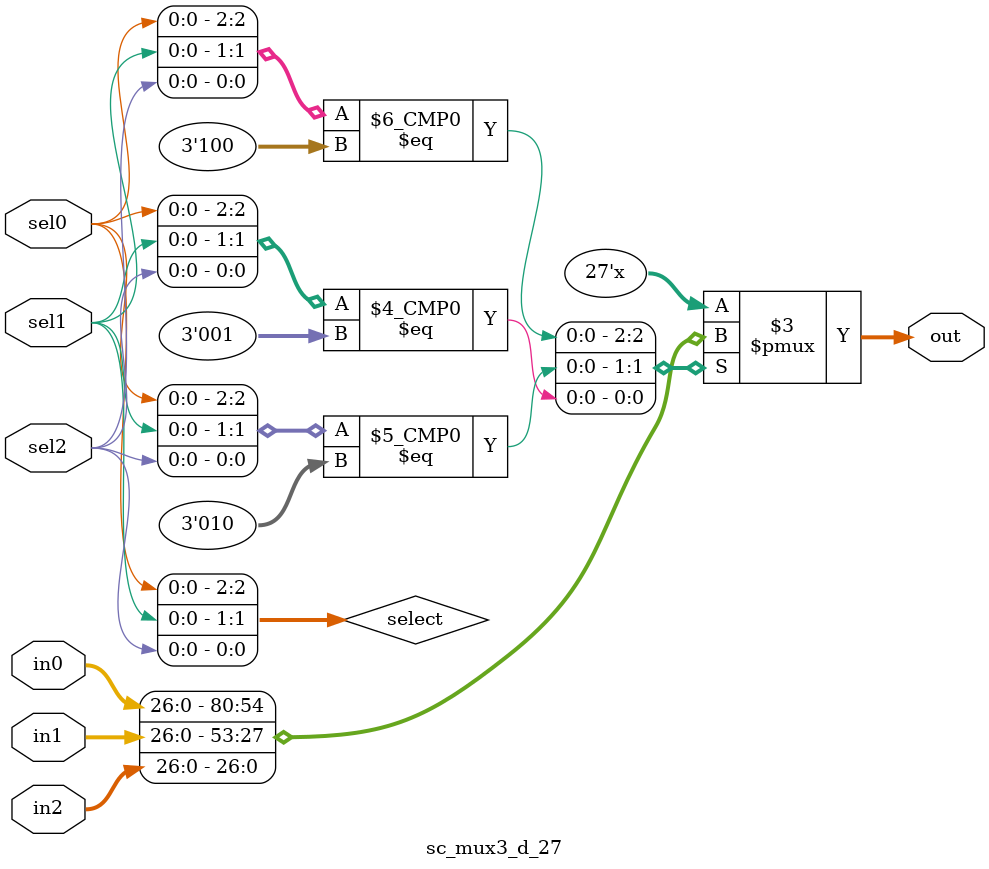
<source format=v>
module sc_mux3_d_27 (out,in0,sel0,in1,sel1,in2,sel2) ;
    output [26:0] out ;
    input  [26:0] in0,in1,in2 ;
    input sel0,sel1,sel2 ;
    reg [26:0] out ;
	wire [2:0] select = {sel0,sel1,sel2} ;
	always @ (select or in0 or in1 or in2)
		case (select) 
			5'b100:	out = in0;
			5'b010:	out = in1;
			5'b001:	out = in2 ;
			default: out = 65'hx;
		endcase
endmodule
</source>
